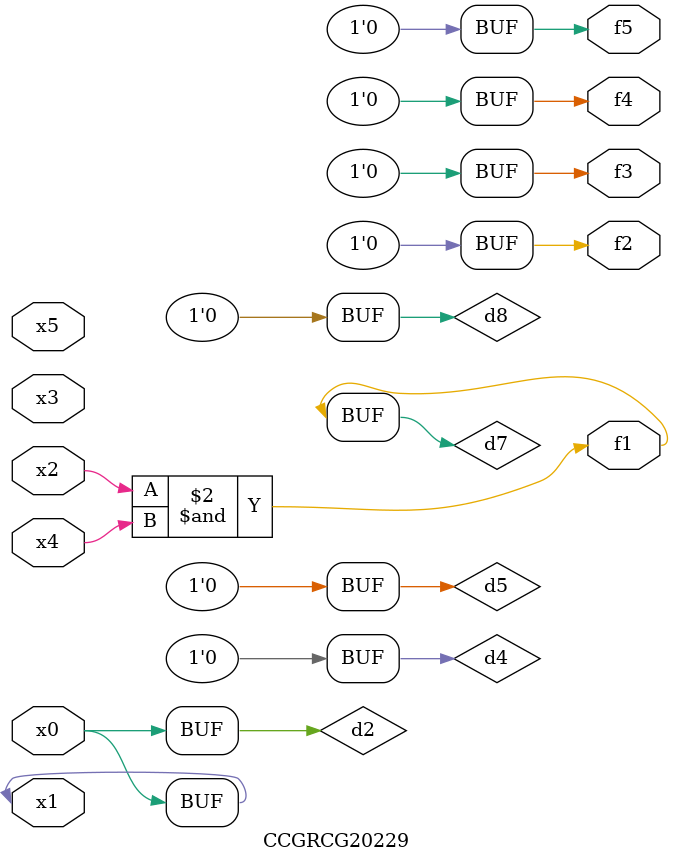
<source format=v>
module CCGRCG20229(
	input x0, x1, x2, x3, x4, x5,
	output f1, f2, f3, f4, f5
);

	wire d1, d2, d3, d4, d5, d6, d7, d8, d9;

	nand (d1, x1);
	buf (d2, x0, x1);
	nand (d3, x2, x4);
	and (d4, d1, d2);
	and (d5, d1, d2);
	nand (d6, d1, d3);
	not (d7, d3);
	xor (d8, d5);
	nor (d9, d5, d6);
	assign f1 = d7;
	assign f2 = d8;
	assign f3 = d8;
	assign f4 = d8;
	assign f5 = d8;
endmodule

</source>
